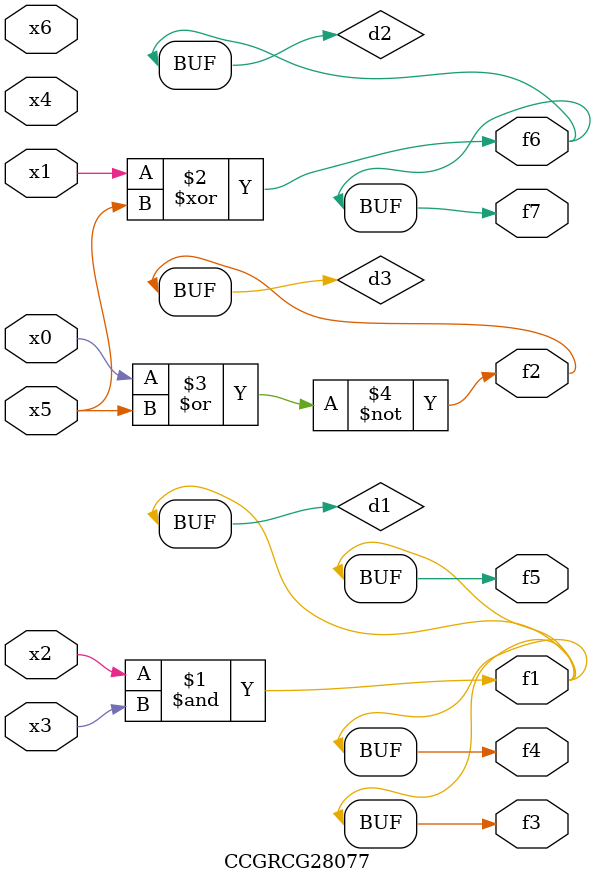
<source format=v>
module CCGRCG28077(
	input x0, x1, x2, x3, x4, x5, x6,
	output f1, f2, f3, f4, f5, f6, f7
);

	wire d1, d2, d3;

	and (d1, x2, x3);
	xor (d2, x1, x5);
	nor (d3, x0, x5);
	assign f1 = d1;
	assign f2 = d3;
	assign f3 = d1;
	assign f4 = d1;
	assign f5 = d1;
	assign f6 = d2;
	assign f7 = d2;
endmodule

</source>
